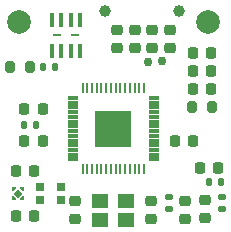
<source format=gbr>
%TF.GenerationSoftware,KiCad,Pcbnew,7.0.2*%
%TF.CreationDate,2023-09-13T14:25:54-04:00*%
%TF.ProjectId,PicoMod,5069636f-4d6f-4642-9e6b-696361645f70,rev?*%
%TF.SameCoordinates,Original*%
%TF.FileFunction,Soldermask,Top*%
%TF.FilePolarity,Negative*%
%FSLAX46Y46*%
G04 Gerber Fmt 4.6, Leading zero omitted, Abs format (unit mm)*
G04 Created by KiCad (PCBNEW 7.0.2) date 2023-09-13 14:25:54*
%MOMM*%
%LPD*%
G01*
G04 APERTURE LIST*
G04 Aperture macros list*
%AMRoundRect*
0 Rectangle with rounded corners*
0 $1 Rounding radius*
0 $2 $3 $4 $5 $6 $7 $8 $9 X,Y pos of 4 corners*
0 Add a 4 corners polygon primitive as box body*
4,1,4,$2,$3,$4,$5,$6,$7,$8,$9,$2,$3,0*
0 Add four circle primitives for the rounded corners*
1,1,$1+$1,$2,$3*
1,1,$1+$1,$4,$5*
1,1,$1+$1,$6,$7*
1,1,$1+$1,$8,$9*
0 Add four rect primitives between the rounded corners*
20,1,$1+$1,$2,$3,$4,$5,0*
20,1,$1+$1,$4,$5,$6,$7,0*
20,1,$1+$1,$6,$7,$8,$9,0*
20,1,$1+$1,$8,$9,$2,$3,0*%
%AMRotRect*
0 Rectangle, with rotation*
0 The origin of the aperture is its center*
0 $1 length*
0 $2 width*
0 $3 Rotation angle, in degrees counterclockwise*
0 Add horizontal line*
21,1,$1,$2,0,0,$3*%
%AMFreePoly0*
4,1,6,0.130000,0.115000,0.130000,-0.115000,-0.130000,-0.115000,-0.130000,0.275000,-0.020000,0.275000,0.130000,0.115000,0.130000,0.115000,$1*%
%AMFreePoly1*
4,1,6,0.130000,-0.115000,-0.130000,-0.115000,-0.130000,0.115000,0.020000,0.275000,0.130000,0.275000,0.130000,-0.115000,0.130000,-0.115000,$1*%
G04 Aperture macros list end*
%ADD10C,1.000000*%
%ADD11RoundRect,0.225000X-0.225000X-0.250000X0.225000X-0.250000X0.225000X0.250000X-0.225000X0.250000X0*%
%ADD12RoundRect,0.135000X-0.135000X-0.185000X0.135000X-0.185000X0.135000X0.185000X-0.135000X0.185000X0*%
%ADD13RoundRect,0.135000X0.185000X-0.135000X0.185000X0.135000X-0.185000X0.135000X-0.185000X-0.135000X0*%
%ADD14RoundRect,0.200000X0.200000X0.275000X-0.200000X0.275000X-0.200000X-0.275000X0.200000X-0.275000X0*%
%ADD15RoundRect,0.225000X0.225000X0.250000X-0.225000X0.250000X-0.225000X-0.250000X0.225000X-0.250000X0*%
%ADD16C,2.000000*%
%ADD17C,0.750000*%
%ADD18R,0.700000X0.700000*%
%ADD19RoundRect,0.225000X0.250000X-0.225000X0.250000X0.225000X-0.250000X0.225000X-0.250000X-0.225000X0*%
%ADD20RoundRect,0.012800X0.147200X-0.517200X0.147200X0.517200X-0.147200X0.517200X-0.147200X-0.517200X0*%
%ADD21R,0.800000X0.200000*%
%ADD22RoundRect,0.225000X-0.250000X0.225000X-0.250000X-0.225000X0.250000X-0.225000X0.250000X0.225000X0*%
%ADD23RoundRect,0.218750X0.256250X-0.218750X0.256250X0.218750X-0.256250X0.218750X-0.256250X-0.218750X0*%
%ADD24RoundRect,0.218750X0.218750X0.256250X-0.218750X0.256250X-0.218750X-0.256250X0.218750X-0.256250X0*%
%ADD25R,1.400000X1.150000*%
%ADD26RoundRect,0.006000X-0.414000X-0.094000X0.414000X-0.094000X0.414000X0.094000X-0.414000X0.094000X0*%
%ADD27RoundRect,0.020000X-0.080000X-0.400000X0.080000X-0.400000X0.080000X0.400000X-0.080000X0.400000X0*%
%ADD28R,3.100000X3.100000*%
%ADD29RoundRect,0.218750X-0.218750X-0.256250X0.218750X-0.256250X0.218750X0.256250X-0.218750X0.256250X0*%
%ADD30RoundRect,0.135000X-0.185000X0.135000X-0.185000X-0.135000X0.185000X-0.135000X0.185000X0.135000X0*%
%ADD31FreePoly0,0.000000*%
%ADD32FreePoly1,0.000000*%
%ADD33FreePoly0,180.000000*%
%ADD34FreePoly1,180.000000*%
%ADD35RotRect,0.520000X0.520000X225.000000*%
G04 APERTURE END LIST*
D10*
%TO.C,TP5*%
X35600000Y-21050000D03*
%TD*%
D11*
%TO.C,C3*%
X35225000Y-32000000D03*
X36775000Y-32000000D03*
%TD*%
D12*
%TO.C,R3*%
X24040000Y-25750000D03*
X25060000Y-25750000D03*
%TD*%
D11*
%TO.C,C15*%
X21725000Y-34600000D03*
X23275000Y-34600000D03*
%TD*%
D13*
%TO.C,R8*%
X39200000Y-37810000D03*
X39200000Y-36790000D03*
%TD*%
D11*
%TO.C,C4*%
X36725000Y-26100000D03*
X38275000Y-26100000D03*
%TD*%
D12*
%TO.C,R10*%
X22460000Y-30690000D03*
X23480000Y-30690000D03*
%TD*%
D14*
%TO.C,R11*%
X38350000Y-29150000D03*
X36700000Y-29150000D03*
%TD*%
D15*
%TO.C,C12*%
X24025000Y-32000000D03*
X22475000Y-32000000D03*
%TD*%
D16*
%TO.C,H1*%
X22000000Y-22000000D03*
%TD*%
D17*
%TO.C,TP3*%
X34150000Y-25250000D03*
%TD*%
D18*
%TO.C,D2*%
X23785000Y-35950000D03*
X23785000Y-37050000D03*
X25615000Y-37050000D03*
X25615000Y-35950000D03*
%TD*%
D19*
%TO.C,C2*%
X33300000Y-24175000D03*
X33300000Y-22625000D03*
%TD*%
D11*
%TO.C,C5*%
X36725000Y-27600000D03*
X38275000Y-27600000D03*
%TD*%
D20*
%TO.C,U2*%
X24800000Y-24435000D03*
X25600000Y-24435000D03*
X26400000Y-24435000D03*
X27200000Y-24435000D03*
X27200000Y-21765000D03*
X26400000Y-21765000D03*
X25600000Y-21765000D03*
X24800000Y-21765000D03*
D21*
X25200000Y-23100000D03*
X26800000Y-23100000D03*
%TD*%
D14*
%TO.C,R4*%
X22925000Y-25800000D03*
X21275000Y-25800000D03*
%TD*%
D22*
%TO.C,C14*%
X33200000Y-37125000D03*
X33200000Y-38675000D03*
%TD*%
D11*
%TO.C,C11*%
X36725000Y-24600000D03*
X38275000Y-24600000D03*
%TD*%
%TO.C,C16*%
X21725000Y-38365000D03*
X23275000Y-38365000D03*
%TD*%
D23*
%TO.C,D1*%
X37800000Y-38587500D03*
X37800000Y-37012500D03*
%TD*%
D24*
%TO.C,D3*%
X38887500Y-34300000D03*
X37312500Y-34300000D03*
%TD*%
D17*
%TO.C,TP2*%
X32950000Y-25350000D03*
%TD*%
D25*
%TO.C,Y1*%
X28900000Y-38700000D03*
X31100000Y-38700000D03*
X31100000Y-37100000D03*
X28900000Y-37100000D03*
%TD*%
D12*
%TO.C,R9*%
X38140000Y-35500000D03*
X39160000Y-35500000D03*
%TD*%
D22*
%TO.C,C10*%
X36100000Y-37125000D03*
X36100000Y-38675000D03*
%TD*%
D16*
%TO.C,H2*%
X38000000Y-22000000D03*
%TD*%
D22*
%TO.C,C13*%
X26800000Y-37125000D03*
X26800000Y-38675000D03*
%TD*%
D26*
%TO.C,U1*%
X26565000Y-28400000D03*
X26565000Y-28800000D03*
X26565000Y-29200000D03*
X26565000Y-29600000D03*
X26565000Y-30000000D03*
X26565000Y-30400000D03*
X26565000Y-30800000D03*
X26565000Y-31200000D03*
X26565000Y-31600000D03*
X26565000Y-32000000D03*
X26565000Y-32400000D03*
X26565000Y-32800000D03*
X26565000Y-33200000D03*
X26565000Y-33600000D03*
D27*
X27400000Y-34435000D03*
X27800000Y-34435000D03*
X28200000Y-34435000D03*
X28600000Y-34435000D03*
X29000000Y-34435000D03*
X29400000Y-34435000D03*
X29800000Y-34435000D03*
X30200000Y-34435000D03*
X30600000Y-34435000D03*
X31000000Y-34435000D03*
X31400000Y-34435000D03*
X31800000Y-34435000D03*
X32200000Y-34435000D03*
X32600000Y-34435000D03*
D26*
X33435000Y-33600000D03*
X33435000Y-33200000D03*
X33435000Y-32800000D03*
X33435000Y-32400000D03*
X33435000Y-32000000D03*
X33435000Y-31600000D03*
X33435000Y-31200000D03*
X33435000Y-30800000D03*
X33435000Y-30400000D03*
X33435000Y-30000000D03*
X33435000Y-29600000D03*
X33435000Y-29200000D03*
X33435000Y-28800000D03*
X33435000Y-28400000D03*
D27*
X32600000Y-27565000D03*
X32200000Y-27565000D03*
X31800000Y-27565000D03*
X31400000Y-27565000D03*
X31000000Y-27565000D03*
X30600000Y-27565000D03*
X30200000Y-27565000D03*
X29800000Y-27565000D03*
X29400000Y-27565000D03*
X29000000Y-27565000D03*
X28600000Y-27565000D03*
X28200000Y-27565000D03*
X27800000Y-27565000D03*
X27400000Y-27565000D03*
D28*
X30000000Y-31000000D03*
%TD*%
D19*
%TO.C,C1*%
X31800000Y-24175000D03*
X31800000Y-22625000D03*
%TD*%
D29*
%TO.C,D4*%
X22462500Y-29350000D03*
X24037500Y-29350000D03*
%TD*%
D19*
%TO.C,C8*%
X34800000Y-24175000D03*
X34800000Y-22625000D03*
%TD*%
D30*
%TO.C,R5*%
X34700000Y-36790000D03*
X34700000Y-37810000D03*
%TD*%
D19*
%TO.C,C9*%
X30300000Y-24175000D03*
X30300000Y-22625000D03*
%TD*%
D31*
%TO.C,U3*%
X21600000Y-36985000D03*
D32*
X22250000Y-36985000D03*
D33*
X22250000Y-36015000D03*
D34*
X21600000Y-36015000D03*
D35*
X21925000Y-36500000D03*
%TD*%
D10*
%TO.C,TP4*%
X29300000Y-21050000D03*
%TD*%
M02*

</source>
